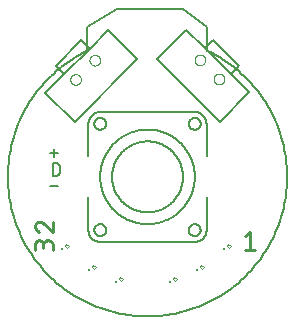
<source format=gto>
G75*
%MOIN*%
%OFA0B0*%
%FSLAX25Y25*%
%IPPOS*%
%LPD*%
%AMOC8*
5,1,8,0,0,1.08239X$1,22.5*
%
%ADD10C,0.00600*%
%ADD11C,0.01100*%
%ADD12C,0.00800*%
%ADD13C,0.00250*%
%ADD14C,0.00984*%
%ADD15C,0.00500*%
%ADD16C,0.00000*%
D10*
X0031300Y0093300D02*
X0030276Y0092797D01*
X0029265Y0092269D01*
X0028267Y0091717D01*
X0027283Y0091140D01*
X0026314Y0090539D01*
X0025359Y0089915D01*
X0024420Y0089267D01*
X0023498Y0088597D01*
X0022591Y0087904D01*
X0021703Y0087189D01*
X0020832Y0086453D01*
X0019979Y0085695D01*
X0019145Y0084917D01*
X0018331Y0084118D01*
X0017536Y0083300D01*
X0016761Y0082463D01*
X0016008Y0081606D01*
X0015275Y0080732D01*
X0014565Y0079840D01*
X0013876Y0078931D01*
X0013210Y0078005D01*
X0012567Y0077063D01*
X0011947Y0076106D01*
X0011350Y0075133D01*
X0010778Y0074147D01*
X0010230Y0073146D01*
X0009707Y0072133D01*
X0009208Y0071107D01*
X0008735Y0070069D01*
X0008288Y0069020D01*
X0007867Y0067960D01*
X0007471Y0066890D01*
X0007102Y0065811D01*
X0006760Y0064723D01*
X0006444Y0063627D01*
X0006155Y0062523D01*
X0005894Y0061413D01*
X0005659Y0060297D01*
X0005452Y0059175D01*
X0005273Y0058049D01*
X0005122Y0056918D01*
X0004998Y0055784D01*
X0004902Y0054648D01*
X0004833Y0053509D01*
X0004793Y0052369D01*
X0004781Y0051229D01*
X0004797Y0050088D01*
X0004840Y0048948D01*
X0004912Y0047810D01*
X0005012Y0046674D01*
X0005139Y0045540D01*
X0005294Y0044410D01*
X0005477Y0043285D01*
X0005687Y0042163D01*
X0005925Y0041048D01*
X0006190Y0039938D01*
X0006482Y0038836D01*
X0006801Y0037741D01*
X0007147Y0036654D01*
X0007519Y0035576D01*
X0007918Y0034507D01*
X0008343Y0033449D01*
X0008793Y0032401D01*
X0009269Y0031364D01*
X0009771Y0030340D01*
X0010297Y0029328D01*
X0010848Y0028329D01*
X0011423Y0027344D01*
X0012023Y0026374D01*
X0012646Y0025418D01*
X0013292Y0024478D01*
X0013961Y0023555D01*
X0014652Y0022648D01*
X0015366Y0021758D01*
X0016101Y0020886D01*
X0016857Y0020032D01*
X0017634Y0019197D01*
X0018431Y0018381D01*
X0019248Y0017585D01*
X0020085Y0016809D01*
X0020940Y0016054D01*
X0021813Y0015321D01*
X0022704Y0014608D01*
X0023612Y0013918D01*
X0024537Y0013251D01*
X0025478Y0012606D01*
X0026434Y0011985D01*
X0027405Y0011387D01*
X0028391Y0010813D01*
X0029391Y0010263D01*
X0030403Y0009739D01*
X0031429Y0009239D01*
X0032466Y0008764D01*
X0033514Y0008315D01*
X0034574Y0007892D01*
X0035643Y0007495D01*
X0036722Y0007124D01*
X0037809Y0006780D01*
X0038905Y0006463D01*
X0040008Y0006172D01*
X0041117Y0005909D01*
X0042233Y0005673D01*
X0043355Y0005465D01*
X0044481Y0005284D01*
X0045611Y0005130D01*
X0046745Y0005005D01*
X0047881Y0004907D01*
X0049020Y0004837D01*
X0050159Y0004795D01*
X0051300Y0004781D01*
X0052441Y0004795D01*
X0053580Y0004837D01*
X0054719Y0004907D01*
X0055855Y0005005D01*
X0056989Y0005130D01*
X0058119Y0005284D01*
X0059245Y0005465D01*
X0060367Y0005673D01*
X0061483Y0005909D01*
X0062592Y0006172D01*
X0063695Y0006463D01*
X0064791Y0006780D01*
X0065878Y0007124D01*
X0066957Y0007495D01*
X0068026Y0007892D01*
X0069086Y0008315D01*
X0070134Y0008764D01*
X0071171Y0009239D01*
X0072197Y0009739D01*
X0073209Y0010263D01*
X0074209Y0010813D01*
X0075195Y0011387D01*
X0076166Y0011985D01*
X0077122Y0012606D01*
X0078063Y0013251D01*
X0078988Y0013918D01*
X0079896Y0014608D01*
X0080787Y0015321D01*
X0081660Y0016054D01*
X0082515Y0016809D01*
X0083352Y0017585D01*
X0084169Y0018381D01*
X0084966Y0019197D01*
X0085743Y0020032D01*
X0086499Y0020886D01*
X0087234Y0021758D01*
X0087948Y0022648D01*
X0088639Y0023555D01*
X0089308Y0024478D01*
X0089954Y0025418D01*
X0090577Y0026374D01*
X0091177Y0027344D01*
X0091752Y0028329D01*
X0092303Y0029328D01*
X0092829Y0030340D01*
X0093331Y0031364D01*
X0093807Y0032401D01*
X0094257Y0033449D01*
X0094682Y0034507D01*
X0095081Y0035576D01*
X0095453Y0036654D01*
X0095799Y0037741D01*
X0096118Y0038836D01*
X0096410Y0039938D01*
X0096675Y0041048D01*
X0096913Y0042163D01*
X0097123Y0043285D01*
X0097306Y0044410D01*
X0097461Y0045540D01*
X0097588Y0046674D01*
X0097688Y0047810D01*
X0097760Y0048948D01*
X0097803Y0050088D01*
X0097819Y0051229D01*
X0097807Y0052369D01*
X0097767Y0053509D01*
X0097698Y0054648D01*
X0097602Y0055784D01*
X0097478Y0056918D01*
X0097327Y0058049D01*
X0097148Y0059175D01*
X0096941Y0060297D01*
X0096706Y0061413D01*
X0096445Y0062523D01*
X0096156Y0063627D01*
X0095840Y0064723D01*
X0095498Y0065811D01*
X0095129Y0066890D01*
X0094733Y0067960D01*
X0094312Y0069020D01*
X0093865Y0070069D01*
X0093392Y0071107D01*
X0092893Y0072133D01*
X0092370Y0073146D01*
X0091822Y0074147D01*
X0091250Y0075133D01*
X0090653Y0076106D01*
X0090033Y0077063D01*
X0089390Y0078005D01*
X0088724Y0078931D01*
X0088035Y0079840D01*
X0087325Y0080732D01*
X0086592Y0081606D01*
X0085839Y0082463D01*
X0085064Y0083300D01*
X0084269Y0084118D01*
X0083455Y0084917D01*
X0082621Y0085695D01*
X0081768Y0086453D01*
X0080897Y0087189D01*
X0080009Y0087904D01*
X0079102Y0088597D01*
X0078180Y0089267D01*
X0077241Y0089915D01*
X0076286Y0090539D01*
X0075317Y0091140D01*
X0074333Y0091717D01*
X0073335Y0092269D01*
X0072324Y0092797D01*
X0071300Y0093300D01*
X0071300Y0101300D01*
X0063300Y0107300D01*
X0041300Y0107300D01*
X0031300Y0101300D01*
X0031300Y0093300D01*
D11*
X0013850Y0028817D02*
X0013850Y0026850D01*
X0013850Y0028817D02*
X0013852Y0028888D01*
X0013858Y0028959D01*
X0013867Y0029029D01*
X0013881Y0029099D01*
X0013898Y0029168D01*
X0013919Y0029236D01*
X0013943Y0029302D01*
X0013971Y0029367D01*
X0014003Y0029431D01*
X0014038Y0029493D01*
X0014076Y0029553D01*
X0014117Y0029610D01*
X0014162Y0029666D01*
X0014209Y0029719D01*
X0014259Y0029769D01*
X0014312Y0029816D01*
X0014368Y0029861D01*
X0014425Y0029902D01*
X0014485Y0029940D01*
X0014547Y0029975D01*
X0014611Y0030007D01*
X0014676Y0030035D01*
X0014742Y0030059D01*
X0014810Y0030080D01*
X0014879Y0030097D01*
X0014949Y0030111D01*
X0015019Y0030120D01*
X0015090Y0030126D01*
X0015161Y0030128D01*
X0015232Y0030126D01*
X0015303Y0030120D01*
X0015373Y0030111D01*
X0015443Y0030097D01*
X0015512Y0030080D01*
X0015580Y0030059D01*
X0015646Y0030035D01*
X0015711Y0030007D01*
X0015775Y0029975D01*
X0015837Y0029940D01*
X0015897Y0029902D01*
X0015954Y0029861D01*
X0016010Y0029816D01*
X0016063Y0029769D01*
X0016113Y0029719D01*
X0016160Y0029666D01*
X0016205Y0029610D01*
X0016246Y0029553D01*
X0016284Y0029493D01*
X0016319Y0029431D01*
X0016351Y0029367D01*
X0016379Y0029302D01*
X0016403Y0029236D01*
X0016424Y0029168D01*
X0016441Y0029099D01*
X0016455Y0029029D01*
X0016464Y0028959D01*
X0016470Y0028888D01*
X0016472Y0028817D01*
X0016472Y0027506D01*
X0016472Y0028489D02*
X0016474Y0028568D01*
X0016480Y0028647D01*
X0016489Y0028726D01*
X0016503Y0028804D01*
X0016520Y0028881D01*
X0016540Y0028958D01*
X0016565Y0029033D01*
X0016593Y0029107D01*
X0016625Y0029180D01*
X0016660Y0029251D01*
X0016698Y0029320D01*
X0016740Y0029387D01*
X0016785Y0029452D01*
X0016833Y0029515D01*
X0016884Y0029576D01*
X0016938Y0029634D01*
X0016995Y0029689D01*
X0017054Y0029742D01*
X0017116Y0029791D01*
X0017180Y0029838D01*
X0017246Y0029881D01*
X0017314Y0029921D01*
X0017385Y0029958D01*
X0017456Y0029992D01*
X0017530Y0030021D01*
X0017605Y0030048D01*
X0017680Y0030070D01*
X0017757Y0030089D01*
X0017835Y0030105D01*
X0017913Y0030116D01*
X0017992Y0030124D01*
X0018071Y0030128D01*
X0018151Y0030128D01*
X0018230Y0030124D01*
X0018309Y0030116D01*
X0018387Y0030105D01*
X0018465Y0030089D01*
X0018542Y0030070D01*
X0018617Y0030048D01*
X0018692Y0030021D01*
X0018766Y0029992D01*
X0018837Y0029958D01*
X0018908Y0029921D01*
X0018976Y0029881D01*
X0019042Y0029838D01*
X0019106Y0029791D01*
X0019168Y0029742D01*
X0019227Y0029689D01*
X0019284Y0029634D01*
X0019338Y0029576D01*
X0019389Y0029515D01*
X0019437Y0029452D01*
X0019482Y0029387D01*
X0019524Y0029320D01*
X0019562Y0029251D01*
X0019597Y0029180D01*
X0019629Y0029107D01*
X0019657Y0029033D01*
X0019682Y0028958D01*
X0019702Y0028881D01*
X0019719Y0028804D01*
X0019733Y0028726D01*
X0019742Y0028647D01*
X0019748Y0028568D01*
X0019750Y0028489D01*
X0019750Y0026850D01*
X0019750Y0033004D02*
X0019750Y0036282D01*
X0019750Y0033004D02*
X0016472Y0035790D01*
X0013850Y0034807D02*
X0013852Y0034722D01*
X0013858Y0034637D01*
X0013867Y0034552D01*
X0013881Y0034468D01*
X0013898Y0034385D01*
X0013918Y0034302D01*
X0013943Y0034221D01*
X0013971Y0034141D01*
X0014003Y0034062D01*
X0014038Y0033984D01*
X0014077Y0033908D01*
X0014119Y0033834D01*
X0014164Y0033762D01*
X0014212Y0033692D01*
X0014264Y0033625D01*
X0014319Y0033559D01*
X0014376Y0033497D01*
X0014436Y0033436D01*
X0014499Y0033379D01*
X0014565Y0033325D01*
X0014632Y0033273D01*
X0014702Y0033225D01*
X0014774Y0033179D01*
X0014848Y0033138D01*
X0014924Y0033099D01*
X0015002Y0033064D01*
X0015081Y0033032D01*
X0015161Y0033004D01*
X0016472Y0035790D02*
X0016419Y0035844D01*
X0016363Y0035895D01*
X0016305Y0035943D01*
X0016244Y0035988D01*
X0016182Y0036030D01*
X0016118Y0036069D01*
X0016051Y0036106D01*
X0015983Y0036139D01*
X0015914Y0036168D01*
X0015843Y0036195D01*
X0015772Y0036218D01*
X0015699Y0036237D01*
X0015625Y0036253D01*
X0015551Y0036266D01*
X0015476Y0036275D01*
X0015400Y0036280D01*
X0015325Y0036282D01*
X0015250Y0036280D01*
X0015176Y0036274D01*
X0015102Y0036265D01*
X0015028Y0036252D01*
X0014955Y0036235D01*
X0014883Y0036214D01*
X0014813Y0036190D01*
X0014743Y0036162D01*
X0014675Y0036131D01*
X0014609Y0036097D01*
X0014545Y0036059D01*
X0014482Y0036018D01*
X0014422Y0035973D01*
X0014364Y0035926D01*
X0014309Y0035876D01*
X0014256Y0035823D01*
X0014206Y0035768D01*
X0014159Y0035710D01*
X0014114Y0035650D01*
X0014073Y0035587D01*
X0014035Y0035523D01*
X0014001Y0035457D01*
X0013970Y0035389D01*
X0013942Y0035319D01*
X0013918Y0035249D01*
X0013897Y0035177D01*
X0013880Y0035104D01*
X0013867Y0035030D01*
X0013858Y0034956D01*
X0013852Y0034882D01*
X0013850Y0034807D01*
X0083850Y0031439D02*
X0085489Y0032750D01*
X0085489Y0026850D01*
X0083850Y0026850D02*
X0087128Y0026850D01*
D12*
X0022033Y0052867D02*
X0022033Y0054733D01*
X0022034Y0054733D02*
X0022032Y0054798D01*
X0022027Y0054864D01*
X0022018Y0054928D01*
X0022005Y0054993D01*
X0021988Y0055056D01*
X0021969Y0055118D01*
X0021945Y0055180D01*
X0021918Y0055239D01*
X0021888Y0055297D01*
X0021855Y0055354D01*
X0021819Y0055408D01*
X0021779Y0055461D01*
X0021737Y0055511D01*
X0021692Y0055558D01*
X0021645Y0055603D01*
X0021595Y0055645D01*
X0021542Y0055685D01*
X0021488Y0055721D01*
X0021431Y0055754D01*
X0021373Y0055784D01*
X0021314Y0055811D01*
X0021252Y0055835D01*
X0021190Y0055854D01*
X0021127Y0055871D01*
X0021062Y0055884D01*
X0020998Y0055893D01*
X0020932Y0055898D01*
X0020867Y0055900D01*
X0019700Y0055900D01*
X0019700Y0051700D01*
X0020867Y0051700D01*
X0020932Y0051702D01*
X0020998Y0051707D01*
X0021062Y0051716D01*
X0021127Y0051729D01*
X0021190Y0051746D01*
X0021252Y0051765D01*
X0021314Y0051789D01*
X0021373Y0051816D01*
X0021431Y0051846D01*
X0021488Y0051879D01*
X0021542Y0051915D01*
X0021595Y0051955D01*
X0021645Y0051997D01*
X0021692Y0052042D01*
X0021737Y0052089D01*
X0021779Y0052139D01*
X0021819Y0052192D01*
X0021855Y0052246D01*
X0021888Y0052303D01*
X0021918Y0052361D01*
X0021945Y0052420D01*
X0021969Y0052482D01*
X0021988Y0052544D01*
X0022005Y0052607D01*
X0022018Y0052672D01*
X0022027Y0052736D01*
X0022032Y0052802D01*
X0022034Y0052867D01*
X0021500Y0048333D02*
X0018700Y0048333D01*
X0020100Y0057933D02*
X0020100Y0060733D01*
X0018700Y0059333D02*
X0021500Y0059333D01*
D13*
X0024300Y0028891D02*
X0024989Y0028202D01*
X0024398Y0027611D01*
X0023709Y0028300D01*
X0024300Y0028891D01*
X0032709Y0021300D02*
X0033300Y0021891D01*
X0033989Y0021202D01*
X0033398Y0020611D01*
X0032709Y0021300D01*
X0041709Y0017300D02*
X0042300Y0017891D01*
X0042989Y0017202D01*
X0042398Y0016611D01*
X0041709Y0017300D01*
X0059709Y0017300D02*
X0060398Y0016611D01*
X0060989Y0017202D01*
X0060300Y0017891D01*
X0059709Y0017300D01*
X0068709Y0021300D02*
X0069300Y0021891D01*
X0069989Y0021202D01*
X0069398Y0020611D01*
X0068709Y0021300D01*
X0077709Y0028300D02*
X0078300Y0028891D01*
X0078989Y0028202D01*
X0078398Y0027611D01*
X0077709Y0028300D01*
D14*
X0076725Y0027217D03*
X0067725Y0020217D03*
X0058725Y0016217D03*
X0040725Y0016217D03*
X0031725Y0020217D03*
X0022725Y0027217D03*
D15*
X0031615Y0033583D02*
X0031615Y0044410D01*
X0033583Y0033583D02*
X0033585Y0033671D01*
X0033591Y0033759D01*
X0033601Y0033847D01*
X0033615Y0033935D01*
X0033632Y0034021D01*
X0033654Y0034107D01*
X0033679Y0034191D01*
X0033709Y0034275D01*
X0033741Y0034357D01*
X0033778Y0034437D01*
X0033818Y0034516D01*
X0033862Y0034593D01*
X0033909Y0034668D01*
X0033959Y0034740D01*
X0034013Y0034811D01*
X0034069Y0034878D01*
X0034129Y0034944D01*
X0034191Y0035006D01*
X0034257Y0035066D01*
X0034324Y0035122D01*
X0034395Y0035176D01*
X0034467Y0035226D01*
X0034542Y0035273D01*
X0034619Y0035317D01*
X0034698Y0035357D01*
X0034778Y0035394D01*
X0034860Y0035426D01*
X0034944Y0035456D01*
X0035028Y0035481D01*
X0035114Y0035503D01*
X0035200Y0035520D01*
X0035288Y0035534D01*
X0035376Y0035544D01*
X0035464Y0035550D01*
X0035552Y0035552D01*
X0035640Y0035550D01*
X0035728Y0035544D01*
X0035816Y0035534D01*
X0035904Y0035520D01*
X0035990Y0035503D01*
X0036076Y0035481D01*
X0036160Y0035456D01*
X0036244Y0035426D01*
X0036326Y0035394D01*
X0036406Y0035357D01*
X0036485Y0035317D01*
X0036562Y0035273D01*
X0036637Y0035226D01*
X0036709Y0035176D01*
X0036780Y0035122D01*
X0036847Y0035066D01*
X0036913Y0035006D01*
X0036975Y0034944D01*
X0037035Y0034878D01*
X0037091Y0034811D01*
X0037145Y0034740D01*
X0037195Y0034668D01*
X0037242Y0034593D01*
X0037286Y0034516D01*
X0037326Y0034437D01*
X0037363Y0034357D01*
X0037395Y0034275D01*
X0037425Y0034191D01*
X0037450Y0034107D01*
X0037472Y0034021D01*
X0037489Y0033935D01*
X0037503Y0033847D01*
X0037513Y0033759D01*
X0037519Y0033671D01*
X0037521Y0033583D01*
X0037519Y0033495D01*
X0037513Y0033407D01*
X0037503Y0033319D01*
X0037489Y0033231D01*
X0037472Y0033145D01*
X0037450Y0033059D01*
X0037425Y0032975D01*
X0037395Y0032891D01*
X0037363Y0032809D01*
X0037326Y0032729D01*
X0037286Y0032650D01*
X0037242Y0032573D01*
X0037195Y0032498D01*
X0037145Y0032426D01*
X0037091Y0032355D01*
X0037035Y0032288D01*
X0036975Y0032222D01*
X0036913Y0032160D01*
X0036847Y0032100D01*
X0036780Y0032044D01*
X0036709Y0031990D01*
X0036637Y0031940D01*
X0036562Y0031893D01*
X0036485Y0031849D01*
X0036406Y0031809D01*
X0036326Y0031772D01*
X0036244Y0031740D01*
X0036160Y0031710D01*
X0036076Y0031685D01*
X0035990Y0031663D01*
X0035904Y0031646D01*
X0035816Y0031632D01*
X0035728Y0031622D01*
X0035640Y0031616D01*
X0035552Y0031614D01*
X0035464Y0031616D01*
X0035376Y0031622D01*
X0035288Y0031632D01*
X0035200Y0031646D01*
X0035114Y0031663D01*
X0035028Y0031685D01*
X0034944Y0031710D01*
X0034860Y0031740D01*
X0034778Y0031772D01*
X0034698Y0031809D01*
X0034619Y0031849D01*
X0034542Y0031893D01*
X0034467Y0031940D01*
X0034395Y0031990D01*
X0034324Y0032044D01*
X0034257Y0032100D01*
X0034191Y0032160D01*
X0034129Y0032222D01*
X0034069Y0032288D01*
X0034013Y0032355D01*
X0033959Y0032426D01*
X0033909Y0032498D01*
X0033862Y0032573D01*
X0033818Y0032650D01*
X0033778Y0032729D01*
X0033741Y0032809D01*
X0033709Y0032891D01*
X0033679Y0032975D01*
X0033654Y0033059D01*
X0033632Y0033145D01*
X0033615Y0033231D01*
X0033601Y0033319D01*
X0033591Y0033407D01*
X0033585Y0033495D01*
X0033583Y0033583D01*
X0031615Y0033583D02*
X0031617Y0033459D01*
X0031623Y0033336D01*
X0031632Y0033212D01*
X0031646Y0033090D01*
X0031663Y0032967D01*
X0031685Y0032845D01*
X0031710Y0032724D01*
X0031739Y0032604D01*
X0031771Y0032485D01*
X0031808Y0032366D01*
X0031848Y0032249D01*
X0031891Y0032134D01*
X0031939Y0032019D01*
X0031990Y0031907D01*
X0032044Y0031796D01*
X0032102Y0031686D01*
X0032163Y0031579D01*
X0032228Y0031473D01*
X0032296Y0031370D01*
X0032367Y0031269D01*
X0032441Y0031170D01*
X0032518Y0031073D01*
X0032599Y0030979D01*
X0032682Y0030888D01*
X0032768Y0030799D01*
X0032857Y0030713D01*
X0032948Y0030630D01*
X0033042Y0030549D01*
X0033139Y0030472D01*
X0033238Y0030398D01*
X0033339Y0030327D01*
X0033442Y0030259D01*
X0033548Y0030194D01*
X0033655Y0030133D01*
X0033765Y0030075D01*
X0033876Y0030021D01*
X0033988Y0029970D01*
X0034103Y0029922D01*
X0034218Y0029879D01*
X0034335Y0029839D01*
X0034454Y0029802D01*
X0034573Y0029770D01*
X0034693Y0029741D01*
X0034814Y0029716D01*
X0034936Y0029694D01*
X0035059Y0029677D01*
X0035181Y0029663D01*
X0035305Y0029654D01*
X0035428Y0029648D01*
X0035552Y0029646D01*
X0067048Y0029646D01*
X0065079Y0033583D02*
X0065081Y0033671D01*
X0065087Y0033759D01*
X0065097Y0033847D01*
X0065111Y0033935D01*
X0065128Y0034021D01*
X0065150Y0034107D01*
X0065175Y0034191D01*
X0065205Y0034275D01*
X0065237Y0034357D01*
X0065274Y0034437D01*
X0065314Y0034516D01*
X0065358Y0034593D01*
X0065405Y0034668D01*
X0065455Y0034740D01*
X0065509Y0034811D01*
X0065565Y0034878D01*
X0065625Y0034944D01*
X0065687Y0035006D01*
X0065753Y0035066D01*
X0065820Y0035122D01*
X0065891Y0035176D01*
X0065963Y0035226D01*
X0066038Y0035273D01*
X0066115Y0035317D01*
X0066194Y0035357D01*
X0066274Y0035394D01*
X0066356Y0035426D01*
X0066440Y0035456D01*
X0066524Y0035481D01*
X0066610Y0035503D01*
X0066696Y0035520D01*
X0066784Y0035534D01*
X0066872Y0035544D01*
X0066960Y0035550D01*
X0067048Y0035552D01*
X0067136Y0035550D01*
X0067224Y0035544D01*
X0067312Y0035534D01*
X0067400Y0035520D01*
X0067486Y0035503D01*
X0067572Y0035481D01*
X0067656Y0035456D01*
X0067740Y0035426D01*
X0067822Y0035394D01*
X0067902Y0035357D01*
X0067981Y0035317D01*
X0068058Y0035273D01*
X0068133Y0035226D01*
X0068205Y0035176D01*
X0068276Y0035122D01*
X0068343Y0035066D01*
X0068409Y0035006D01*
X0068471Y0034944D01*
X0068531Y0034878D01*
X0068587Y0034811D01*
X0068641Y0034740D01*
X0068691Y0034668D01*
X0068738Y0034593D01*
X0068782Y0034516D01*
X0068822Y0034437D01*
X0068859Y0034357D01*
X0068891Y0034275D01*
X0068921Y0034191D01*
X0068946Y0034107D01*
X0068968Y0034021D01*
X0068985Y0033935D01*
X0068999Y0033847D01*
X0069009Y0033759D01*
X0069015Y0033671D01*
X0069017Y0033583D01*
X0069015Y0033495D01*
X0069009Y0033407D01*
X0068999Y0033319D01*
X0068985Y0033231D01*
X0068968Y0033145D01*
X0068946Y0033059D01*
X0068921Y0032975D01*
X0068891Y0032891D01*
X0068859Y0032809D01*
X0068822Y0032729D01*
X0068782Y0032650D01*
X0068738Y0032573D01*
X0068691Y0032498D01*
X0068641Y0032426D01*
X0068587Y0032355D01*
X0068531Y0032288D01*
X0068471Y0032222D01*
X0068409Y0032160D01*
X0068343Y0032100D01*
X0068276Y0032044D01*
X0068205Y0031990D01*
X0068133Y0031940D01*
X0068058Y0031893D01*
X0067981Y0031849D01*
X0067902Y0031809D01*
X0067822Y0031772D01*
X0067740Y0031740D01*
X0067656Y0031710D01*
X0067572Y0031685D01*
X0067486Y0031663D01*
X0067400Y0031646D01*
X0067312Y0031632D01*
X0067224Y0031622D01*
X0067136Y0031616D01*
X0067048Y0031614D01*
X0066960Y0031616D01*
X0066872Y0031622D01*
X0066784Y0031632D01*
X0066696Y0031646D01*
X0066610Y0031663D01*
X0066524Y0031685D01*
X0066440Y0031710D01*
X0066356Y0031740D01*
X0066274Y0031772D01*
X0066194Y0031809D01*
X0066115Y0031849D01*
X0066038Y0031893D01*
X0065963Y0031940D01*
X0065891Y0031990D01*
X0065820Y0032044D01*
X0065753Y0032100D01*
X0065687Y0032160D01*
X0065625Y0032222D01*
X0065565Y0032288D01*
X0065509Y0032355D01*
X0065455Y0032426D01*
X0065405Y0032498D01*
X0065358Y0032573D01*
X0065314Y0032650D01*
X0065274Y0032729D01*
X0065237Y0032809D01*
X0065205Y0032891D01*
X0065175Y0032975D01*
X0065150Y0033059D01*
X0065128Y0033145D01*
X0065111Y0033231D01*
X0065097Y0033319D01*
X0065087Y0033407D01*
X0065081Y0033495D01*
X0065079Y0033583D01*
X0067048Y0029646D02*
X0067172Y0029648D01*
X0067295Y0029654D01*
X0067419Y0029663D01*
X0067541Y0029677D01*
X0067664Y0029694D01*
X0067786Y0029716D01*
X0067907Y0029741D01*
X0068027Y0029770D01*
X0068146Y0029802D01*
X0068265Y0029839D01*
X0068382Y0029879D01*
X0068497Y0029922D01*
X0068612Y0029970D01*
X0068724Y0030021D01*
X0068835Y0030075D01*
X0068945Y0030133D01*
X0069052Y0030194D01*
X0069158Y0030259D01*
X0069261Y0030327D01*
X0069362Y0030398D01*
X0069461Y0030472D01*
X0069558Y0030549D01*
X0069652Y0030630D01*
X0069743Y0030713D01*
X0069832Y0030799D01*
X0069918Y0030888D01*
X0070001Y0030979D01*
X0070082Y0031073D01*
X0070159Y0031170D01*
X0070233Y0031269D01*
X0070304Y0031370D01*
X0070372Y0031473D01*
X0070437Y0031579D01*
X0070498Y0031686D01*
X0070556Y0031796D01*
X0070610Y0031907D01*
X0070661Y0032019D01*
X0070709Y0032134D01*
X0070752Y0032249D01*
X0070792Y0032366D01*
X0070829Y0032485D01*
X0070861Y0032604D01*
X0070890Y0032724D01*
X0070915Y0032845D01*
X0070937Y0032967D01*
X0070954Y0033090D01*
X0070968Y0033212D01*
X0070977Y0033336D01*
X0070983Y0033459D01*
X0070985Y0033583D01*
X0070985Y0044410D01*
X0070985Y0058190D02*
X0070985Y0069017D01*
X0065079Y0069017D02*
X0065081Y0069105D01*
X0065087Y0069193D01*
X0065097Y0069281D01*
X0065111Y0069369D01*
X0065128Y0069455D01*
X0065150Y0069541D01*
X0065175Y0069625D01*
X0065205Y0069709D01*
X0065237Y0069791D01*
X0065274Y0069871D01*
X0065314Y0069950D01*
X0065358Y0070027D01*
X0065405Y0070102D01*
X0065455Y0070174D01*
X0065509Y0070245D01*
X0065565Y0070312D01*
X0065625Y0070378D01*
X0065687Y0070440D01*
X0065753Y0070500D01*
X0065820Y0070556D01*
X0065891Y0070610D01*
X0065963Y0070660D01*
X0066038Y0070707D01*
X0066115Y0070751D01*
X0066194Y0070791D01*
X0066274Y0070828D01*
X0066356Y0070860D01*
X0066440Y0070890D01*
X0066524Y0070915D01*
X0066610Y0070937D01*
X0066696Y0070954D01*
X0066784Y0070968D01*
X0066872Y0070978D01*
X0066960Y0070984D01*
X0067048Y0070986D01*
X0067136Y0070984D01*
X0067224Y0070978D01*
X0067312Y0070968D01*
X0067400Y0070954D01*
X0067486Y0070937D01*
X0067572Y0070915D01*
X0067656Y0070890D01*
X0067740Y0070860D01*
X0067822Y0070828D01*
X0067902Y0070791D01*
X0067981Y0070751D01*
X0068058Y0070707D01*
X0068133Y0070660D01*
X0068205Y0070610D01*
X0068276Y0070556D01*
X0068343Y0070500D01*
X0068409Y0070440D01*
X0068471Y0070378D01*
X0068531Y0070312D01*
X0068587Y0070245D01*
X0068641Y0070174D01*
X0068691Y0070102D01*
X0068738Y0070027D01*
X0068782Y0069950D01*
X0068822Y0069871D01*
X0068859Y0069791D01*
X0068891Y0069709D01*
X0068921Y0069625D01*
X0068946Y0069541D01*
X0068968Y0069455D01*
X0068985Y0069369D01*
X0068999Y0069281D01*
X0069009Y0069193D01*
X0069015Y0069105D01*
X0069017Y0069017D01*
X0069015Y0068929D01*
X0069009Y0068841D01*
X0068999Y0068753D01*
X0068985Y0068665D01*
X0068968Y0068579D01*
X0068946Y0068493D01*
X0068921Y0068409D01*
X0068891Y0068325D01*
X0068859Y0068243D01*
X0068822Y0068163D01*
X0068782Y0068084D01*
X0068738Y0068007D01*
X0068691Y0067932D01*
X0068641Y0067860D01*
X0068587Y0067789D01*
X0068531Y0067722D01*
X0068471Y0067656D01*
X0068409Y0067594D01*
X0068343Y0067534D01*
X0068276Y0067478D01*
X0068205Y0067424D01*
X0068133Y0067374D01*
X0068058Y0067327D01*
X0067981Y0067283D01*
X0067902Y0067243D01*
X0067822Y0067206D01*
X0067740Y0067174D01*
X0067656Y0067144D01*
X0067572Y0067119D01*
X0067486Y0067097D01*
X0067400Y0067080D01*
X0067312Y0067066D01*
X0067224Y0067056D01*
X0067136Y0067050D01*
X0067048Y0067048D01*
X0066960Y0067050D01*
X0066872Y0067056D01*
X0066784Y0067066D01*
X0066696Y0067080D01*
X0066610Y0067097D01*
X0066524Y0067119D01*
X0066440Y0067144D01*
X0066356Y0067174D01*
X0066274Y0067206D01*
X0066194Y0067243D01*
X0066115Y0067283D01*
X0066038Y0067327D01*
X0065963Y0067374D01*
X0065891Y0067424D01*
X0065820Y0067478D01*
X0065753Y0067534D01*
X0065687Y0067594D01*
X0065625Y0067656D01*
X0065565Y0067722D01*
X0065509Y0067789D01*
X0065455Y0067860D01*
X0065405Y0067932D01*
X0065358Y0068007D01*
X0065314Y0068084D01*
X0065274Y0068163D01*
X0065237Y0068243D01*
X0065205Y0068325D01*
X0065175Y0068409D01*
X0065150Y0068493D01*
X0065128Y0068579D01*
X0065111Y0068665D01*
X0065097Y0068753D01*
X0065087Y0068841D01*
X0065081Y0068929D01*
X0065079Y0069017D01*
X0067048Y0072954D02*
X0067172Y0072952D01*
X0067295Y0072946D01*
X0067419Y0072937D01*
X0067541Y0072923D01*
X0067664Y0072906D01*
X0067786Y0072884D01*
X0067907Y0072859D01*
X0068027Y0072830D01*
X0068146Y0072798D01*
X0068265Y0072761D01*
X0068382Y0072721D01*
X0068497Y0072678D01*
X0068612Y0072630D01*
X0068724Y0072579D01*
X0068835Y0072525D01*
X0068945Y0072467D01*
X0069052Y0072406D01*
X0069158Y0072341D01*
X0069261Y0072273D01*
X0069362Y0072202D01*
X0069461Y0072128D01*
X0069558Y0072051D01*
X0069652Y0071970D01*
X0069743Y0071887D01*
X0069832Y0071801D01*
X0069918Y0071712D01*
X0070001Y0071621D01*
X0070082Y0071527D01*
X0070159Y0071430D01*
X0070233Y0071331D01*
X0070304Y0071230D01*
X0070372Y0071127D01*
X0070437Y0071021D01*
X0070498Y0070914D01*
X0070556Y0070804D01*
X0070610Y0070693D01*
X0070661Y0070581D01*
X0070709Y0070466D01*
X0070752Y0070351D01*
X0070792Y0070234D01*
X0070829Y0070115D01*
X0070861Y0069996D01*
X0070890Y0069876D01*
X0070915Y0069755D01*
X0070937Y0069633D01*
X0070954Y0069510D01*
X0070968Y0069388D01*
X0070977Y0069264D01*
X0070983Y0069141D01*
X0070985Y0069017D01*
X0075436Y0069677D02*
X0085179Y0079421D01*
X0079055Y0085545D01*
X0081838Y0088329D01*
X0073208Y0096959D01*
X0070425Y0094175D01*
X0064300Y0100300D01*
X0054556Y0090556D01*
X0075436Y0069677D01*
X0067048Y0072954D02*
X0035552Y0072954D01*
X0033583Y0069017D02*
X0033585Y0069105D01*
X0033591Y0069193D01*
X0033601Y0069281D01*
X0033615Y0069369D01*
X0033632Y0069455D01*
X0033654Y0069541D01*
X0033679Y0069625D01*
X0033709Y0069709D01*
X0033741Y0069791D01*
X0033778Y0069871D01*
X0033818Y0069950D01*
X0033862Y0070027D01*
X0033909Y0070102D01*
X0033959Y0070174D01*
X0034013Y0070245D01*
X0034069Y0070312D01*
X0034129Y0070378D01*
X0034191Y0070440D01*
X0034257Y0070500D01*
X0034324Y0070556D01*
X0034395Y0070610D01*
X0034467Y0070660D01*
X0034542Y0070707D01*
X0034619Y0070751D01*
X0034698Y0070791D01*
X0034778Y0070828D01*
X0034860Y0070860D01*
X0034944Y0070890D01*
X0035028Y0070915D01*
X0035114Y0070937D01*
X0035200Y0070954D01*
X0035288Y0070968D01*
X0035376Y0070978D01*
X0035464Y0070984D01*
X0035552Y0070986D01*
X0035640Y0070984D01*
X0035728Y0070978D01*
X0035816Y0070968D01*
X0035904Y0070954D01*
X0035990Y0070937D01*
X0036076Y0070915D01*
X0036160Y0070890D01*
X0036244Y0070860D01*
X0036326Y0070828D01*
X0036406Y0070791D01*
X0036485Y0070751D01*
X0036562Y0070707D01*
X0036637Y0070660D01*
X0036709Y0070610D01*
X0036780Y0070556D01*
X0036847Y0070500D01*
X0036913Y0070440D01*
X0036975Y0070378D01*
X0037035Y0070312D01*
X0037091Y0070245D01*
X0037145Y0070174D01*
X0037195Y0070102D01*
X0037242Y0070027D01*
X0037286Y0069950D01*
X0037326Y0069871D01*
X0037363Y0069791D01*
X0037395Y0069709D01*
X0037425Y0069625D01*
X0037450Y0069541D01*
X0037472Y0069455D01*
X0037489Y0069369D01*
X0037503Y0069281D01*
X0037513Y0069193D01*
X0037519Y0069105D01*
X0037521Y0069017D01*
X0037519Y0068929D01*
X0037513Y0068841D01*
X0037503Y0068753D01*
X0037489Y0068665D01*
X0037472Y0068579D01*
X0037450Y0068493D01*
X0037425Y0068409D01*
X0037395Y0068325D01*
X0037363Y0068243D01*
X0037326Y0068163D01*
X0037286Y0068084D01*
X0037242Y0068007D01*
X0037195Y0067932D01*
X0037145Y0067860D01*
X0037091Y0067789D01*
X0037035Y0067722D01*
X0036975Y0067656D01*
X0036913Y0067594D01*
X0036847Y0067534D01*
X0036780Y0067478D01*
X0036709Y0067424D01*
X0036637Y0067374D01*
X0036562Y0067327D01*
X0036485Y0067283D01*
X0036406Y0067243D01*
X0036326Y0067206D01*
X0036244Y0067174D01*
X0036160Y0067144D01*
X0036076Y0067119D01*
X0035990Y0067097D01*
X0035904Y0067080D01*
X0035816Y0067066D01*
X0035728Y0067056D01*
X0035640Y0067050D01*
X0035552Y0067048D01*
X0035464Y0067050D01*
X0035376Y0067056D01*
X0035288Y0067066D01*
X0035200Y0067080D01*
X0035114Y0067097D01*
X0035028Y0067119D01*
X0034944Y0067144D01*
X0034860Y0067174D01*
X0034778Y0067206D01*
X0034698Y0067243D01*
X0034619Y0067283D01*
X0034542Y0067327D01*
X0034467Y0067374D01*
X0034395Y0067424D01*
X0034324Y0067478D01*
X0034257Y0067534D01*
X0034191Y0067594D01*
X0034129Y0067656D01*
X0034069Y0067722D01*
X0034013Y0067789D01*
X0033959Y0067860D01*
X0033909Y0067932D01*
X0033862Y0068007D01*
X0033818Y0068084D01*
X0033778Y0068163D01*
X0033741Y0068243D01*
X0033709Y0068325D01*
X0033679Y0068409D01*
X0033654Y0068493D01*
X0033632Y0068579D01*
X0033615Y0068665D01*
X0033601Y0068753D01*
X0033591Y0068841D01*
X0033585Y0068929D01*
X0033583Y0069017D01*
X0031615Y0069017D02*
X0031615Y0058190D01*
X0031615Y0069017D02*
X0031617Y0069141D01*
X0031623Y0069264D01*
X0031632Y0069388D01*
X0031646Y0069510D01*
X0031663Y0069633D01*
X0031685Y0069755D01*
X0031710Y0069876D01*
X0031739Y0069996D01*
X0031771Y0070115D01*
X0031808Y0070234D01*
X0031848Y0070351D01*
X0031891Y0070466D01*
X0031939Y0070581D01*
X0031990Y0070693D01*
X0032044Y0070804D01*
X0032102Y0070914D01*
X0032163Y0071021D01*
X0032228Y0071127D01*
X0032296Y0071230D01*
X0032367Y0071331D01*
X0032441Y0071430D01*
X0032518Y0071527D01*
X0032599Y0071621D01*
X0032682Y0071712D01*
X0032768Y0071801D01*
X0032857Y0071887D01*
X0032948Y0071970D01*
X0033042Y0072051D01*
X0033139Y0072128D01*
X0033238Y0072202D01*
X0033339Y0072273D01*
X0033442Y0072341D01*
X0033548Y0072406D01*
X0033655Y0072467D01*
X0033765Y0072525D01*
X0033876Y0072579D01*
X0033988Y0072630D01*
X0034103Y0072678D01*
X0034218Y0072721D01*
X0034335Y0072761D01*
X0034454Y0072798D01*
X0034573Y0072830D01*
X0034693Y0072859D01*
X0034814Y0072884D01*
X0034936Y0072906D01*
X0035059Y0072923D01*
X0035181Y0072937D01*
X0035305Y0072946D01*
X0035428Y0072952D01*
X0035552Y0072954D01*
X0027044Y0069556D02*
X0047923Y0090436D01*
X0038179Y0100179D01*
X0032055Y0094055D01*
X0029271Y0096838D01*
X0020641Y0088208D01*
X0023425Y0085425D01*
X0017300Y0079300D01*
X0027044Y0069556D01*
X0023425Y0085425D02*
X0032055Y0094055D01*
X0070425Y0094175D02*
X0079055Y0085545D01*
X0035552Y0051300D02*
X0035557Y0051686D01*
X0035571Y0052073D01*
X0035595Y0052458D01*
X0035628Y0052844D01*
X0035670Y0053228D01*
X0035722Y0053611D01*
X0035784Y0053992D01*
X0035855Y0054372D01*
X0035935Y0054750D01*
X0036024Y0055126D01*
X0036122Y0055500D01*
X0036230Y0055871D01*
X0036347Y0056240D01*
X0036473Y0056605D01*
X0036607Y0056968D01*
X0036751Y0057326D01*
X0036903Y0057682D01*
X0037064Y0058033D01*
X0037234Y0058380D01*
X0037412Y0058724D01*
X0037598Y0059062D01*
X0037792Y0059396D01*
X0037995Y0059725D01*
X0038206Y0060049D01*
X0038425Y0060368D01*
X0038651Y0060681D01*
X0038885Y0060989D01*
X0039127Y0061290D01*
X0039375Y0061586D01*
X0039632Y0061876D01*
X0039895Y0062159D01*
X0040164Y0062436D01*
X0040441Y0062705D01*
X0040724Y0062968D01*
X0041014Y0063225D01*
X0041310Y0063473D01*
X0041611Y0063715D01*
X0041919Y0063949D01*
X0042232Y0064175D01*
X0042551Y0064394D01*
X0042875Y0064605D01*
X0043204Y0064808D01*
X0043538Y0065002D01*
X0043876Y0065188D01*
X0044220Y0065366D01*
X0044567Y0065536D01*
X0044918Y0065697D01*
X0045274Y0065849D01*
X0045632Y0065993D01*
X0045995Y0066127D01*
X0046360Y0066253D01*
X0046729Y0066370D01*
X0047100Y0066478D01*
X0047474Y0066576D01*
X0047850Y0066665D01*
X0048228Y0066745D01*
X0048608Y0066816D01*
X0048989Y0066878D01*
X0049372Y0066930D01*
X0049756Y0066972D01*
X0050142Y0067005D01*
X0050527Y0067029D01*
X0050914Y0067043D01*
X0051300Y0067048D01*
X0051686Y0067043D01*
X0052073Y0067029D01*
X0052458Y0067005D01*
X0052844Y0066972D01*
X0053228Y0066930D01*
X0053611Y0066878D01*
X0053992Y0066816D01*
X0054372Y0066745D01*
X0054750Y0066665D01*
X0055126Y0066576D01*
X0055500Y0066478D01*
X0055871Y0066370D01*
X0056240Y0066253D01*
X0056605Y0066127D01*
X0056968Y0065993D01*
X0057326Y0065849D01*
X0057682Y0065697D01*
X0058033Y0065536D01*
X0058380Y0065366D01*
X0058724Y0065188D01*
X0059062Y0065002D01*
X0059396Y0064808D01*
X0059725Y0064605D01*
X0060049Y0064394D01*
X0060368Y0064175D01*
X0060681Y0063949D01*
X0060989Y0063715D01*
X0061290Y0063473D01*
X0061586Y0063225D01*
X0061876Y0062968D01*
X0062159Y0062705D01*
X0062436Y0062436D01*
X0062705Y0062159D01*
X0062968Y0061876D01*
X0063225Y0061586D01*
X0063473Y0061290D01*
X0063715Y0060989D01*
X0063949Y0060681D01*
X0064175Y0060368D01*
X0064394Y0060049D01*
X0064605Y0059725D01*
X0064808Y0059396D01*
X0065002Y0059062D01*
X0065188Y0058724D01*
X0065366Y0058380D01*
X0065536Y0058033D01*
X0065697Y0057682D01*
X0065849Y0057326D01*
X0065993Y0056968D01*
X0066127Y0056605D01*
X0066253Y0056240D01*
X0066370Y0055871D01*
X0066478Y0055500D01*
X0066576Y0055126D01*
X0066665Y0054750D01*
X0066745Y0054372D01*
X0066816Y0053992D01*
X0066878Y0053611D01*
X0066930Y0053228D01*
X0066972Y0052844D01*
X0067005Y0052458D01*
X0067029Y0052073D01*
X0067043Y0051686D01*
X0067048Y0051300D01*
X0067043Y0050914D01*
X0067029Y0050527D01*
X0067005Y0050142D01*
X0066972Y0049756D01*
X0066930Y0049372D01*
X0066878Y0048989D01*
X0066816Y0048608D01*
X0066745Y0048228D01*
X0066665Y0047850D01*
X0066576Y0047474D01*
X0066478Y0047100D01*
X0066370Y0046729D01*
X0066253Y0046360D01*
X0066127Y0045995D01*
X0065993Y0045632D01*
X0065849Y0045274D01*
X0065697Y0044918D01*
X0065536Y0044567D01*
X0065366Y0044220D01*
X0065188Y0043876D01*
X0065002Y0043538D01*
X0064808Y0043204D01*
X0064605Y0042875D01*
X0064394Y0042551D01*
X0064175Y0042232D01*
X0063949Y0041919D01*
X0063715Y0041611D01*
X0063473Y0041310D01*
X0063225Y0041014D01*
X0062968Y0040724D01*
X0062705Y0040441D01*
X0062436Y0040164D01*
X0062159Y0039895D01*
X0061876Y0039632D01*
X0061586Y0039375D01*
X0061290Y0039127D01*
X0060989Y0038885D01*
X0060681Y0038651D01*
X0060368Y0038425D01*
X0060049Y0038206D01*
X0059725Y0037995D01*
X0059396Y0037792D01*
X0059062Y0037598D01*
X0058724Y0037412D01*
X0058380Y0037234D01*
X0058033Y0037064D01*
X0057682Y0036903D01*
X0057326Y0036751D01*
X0056968Y0036607D01*
X0056605Y0036473D01*
X0056240Y0036347D01*
X0055871Y0036230D01*
X0055500Y0036122D01*
X0055126Y0036024D01*
X0054750Y0035935D01*
X0054372Y0035855D01*
X0053992Y0035784D01*
X0053611Y0035722D01*
X0053228Y0035670D01*
X0052844Y0035628D01*
X0052458Y0035595D01*
X0052073Y0035571D01*
X0051686Y0035557D01*
X0051300Y0035552D01*
X0050914Y0035557D01*
X0050527Y0035571D01*
X0050142Y0035595D01*
X0049756Y0035628D01*
X0049372Y0035670D01*
X0048989Y0035722D01*
X0048608Y0035784D01*
X0048228Y0035855D01*
X0047850Y0035935D01*
X0047474Y0036024D01*
X0047100Y0036122D01*
X0046729Y0036230D01*
X0046360Y0036347D01*
X0045995Y0036473D01*
X0045632Y0036607D01*
X0045274Y0036751D01*
X0044918Y0036903D01*
X0044567Y0037064D01*
X0044220Y0037234D01*
X0043876Y0037412D01*
X0043538Y0037598D01*
X0043204Y0037792D01*
X0042875Y0037995D01*
X0042551Y0038206D01*
X0042232Y0038425D01*
X0041919Y0038651D01*
X0041611Y0038885D01*
X0041310Y0039127D01*
X0041014Y0039375D01*
X0040724Y0039632D01*
X0040441Y0039895D01*
X0040164Y0040164D01*
X0039895Y0040441D01*
X0039632Y0040724D01*
X0039375Y0041014D01*
X0039127Y0041310D01*
X0038885Y0041611D01*
X0038651Y0041919D01*
X0038425Y0042232D01*
X0038206Y0042551D01*
X0037995Y0042875D01*
X0037792Y0043204D01*
X0037598Y0043538D01*
X0037412Y0043876D01*
X0037234Y0044220D01*
X0037064Y0044567D01*
X0036903Y0044918D01*
X0036751Y0045274D01*
X0036607Y0045632D01*
X0036473Y0045995D01*
X0036347Y0046360D01*
X0036230Y0046729D01*
X0036122Y0047100D01*
X0036024Y0047474D01*
X0035935Y0047850D01*
X0035855Y0048228D01*
X0035784Y0048608D01*
X0035722Y0048989D01*
X0035670Y0049372D01*
X0035628Y0049756D01*
X0035595Y0050142D01*
X0035571Y0050527D01*
X0035557Y0050914D01*
X0035552Y0051300D01*
X0039489Y0051300D02*
X0039493Y0051590D01*
X0039503Y0051880D01*
X0039521Y0052169D01*
X0039546Y0052458D01*
X0039578Y0052746D01*
X0039617Y0053033D01*
X0039663Y0053319D01*
X0039716Y0053604D01*
X0039776Y0053888D01*
X0039843Y0054170D01*
X0039917Y0054450D01*
X0039998Y0054729D01*
X0040085Y0055005D01*
X0040179Y0055279D01*
X0040280Y0055551D01*
X0040388Y0055820D01*
X0040502Y0056086D01*
X0040623Y0056350D01*
X0040750Y0056610D01*
X0040884Y0056868D01*
X0041023Y0057122D01*
X0041169Y0057372D01*
X0041321Y0057619D01*
X0041480Y0057862D01*
X0041644Y0058101D01*
X0041813Y0058336D01*
X0041989Y0058567D01*
X0042170Y0058793D01*
X0042357Y0059015D01*
X0042549Y0059232D01*
X0042746Y0059444D01*
X0042948Y0059652D01*
X0043156Y0059854D01*
X0043368Y0060051D01*
X0043585Y0060243D01*
X0043807Y0060430D01*
X0044033Y0060611D01*
X0044264Y0060787D01*
X0044499Y0060956D01*
X0044738Y0061120D01*
X0044981Y0061279D01*
X0045228Y0061431D01*
X0045478Y0061577D01*
X0045732Y0061716D01*
X0045990Y0061850D01*
X0046250Y0061977D01*
X0046514Y0062098D01*
X0046780Y0062212D01*
X0047049Y0062320D01*
X0047321Y0062421D01*
X0047595Y0062515D01*
X0047871Y0062602D01*
X0048150Y0062683D01*
X0048430Y0062757D01*
X0048712Y0062824D01*
X0048996Y0062884D01*
X0049281Y0062937D01*
X0049567Y0062983D01*
X0049854Y0063022D01*
X0050142Y0063054D01*
X0050431Y0063079D01*
X0050720Y0063097D01*
X0051010Y0063107D01*
X0051300Y0063111D01*
X0051590Y0063107D01*
X0051880Y0063097D01*
X0052169Y0063079D01*
X0052458Y0063054D01*
X0052746Y0063022D01*
X0053033Y0062983D01*
X0053319Y0062937D01*
X0053604Y0062884D01*
X0053888Y0062824D01*
X0054170Y0062757D01*
X0054450Y0062683D01*
X0054729Y0062602D01*
X0055005Y0062515D01*
X0055279Y0062421D01*
X0055551Y0062320D01*
X0055820Y0062212D01*
X0056086Y0062098D01*
X0056350Y0061977D01*
X0056610Y0061850D01*
X0056868Y0061716D01*
X0057122Y0061577D01*
X0057372Y0061431D01*
X0057619Y0061279D01*
X0057862Y0061120D01*
X0058101Y0060956D01*
X0058336Y0060787D01*
X0058567Y0060611D01*
X0058793Y0060430D01*
X0059015Y0060243D01*
X0059232Y0060051D01*
X0059444Y0059854D01*
X0059652Y0059652D01*
X0059854Y0059444D01*
X0060051Y0059232D01*
X0060243Y0059015D01*
X0060430Y0058793D01*
X0060611Y0058567D01*
X0060787Y0058336D01*
X0060956Y0058101D01*
X0061120Y0057862D01*
X0061279Y0057619D01*
X0061431Y0057372D01*
X0061577Y0057122D01*
X0061716Y0056868D01*
X0061850Y0056610D01*
X0061977Y0056350D01*
X0062098Y0056086D01*
X0062212Y0055820D01*
X0062320Y0055551D01*
X0062421Y0055279D01*
X0062515Y0055005D01*
X0062602Y0054729D01*
X0062683Y0054450D01*
X0062757Y0054170D01*
X0062824Y0053888D01*
X0062884Y0053604D01*
X0062937Y0053319D01*
X0062983Y0053033D01*
X0063022Y0052746D01*
X0063054Y0052458D01*
X0063079Y0052169D01*
X0063097Y0051880D01*
X0063107Y0051590D01*
X0063111Y0051300D01*
X0063107Y0051010D01*
X0063097Y0050720D01*
X0063079Y0050431D01*
X0063054Y0050142D01*
X0063022Y0049854D01*
X0062983Y0049567D01*
X0062937Y0049281D01*
X0062884Y0048996D01*
X0062824Y0048712D01*
X0062757Y0048430D01*
X0062683Y0048150D01*
X0062602Y0047871D01*
X0062515Y0047595D01*
X0062421Y0047321D01*
X0062320Y0047049D01*
X0062212Y0046780D01*
X0062098Y0046514D01*
X0061977Y0046250D01*
X0061850Y0045990D01*
X0061716Y0045732D01*
X0061577Y0045478D01*
X0061431Y0045228D01*
X0061279Y0044981D01*
X0061120Y0044738D01*
X0060956Y0044499D01*
X0060787Y0044264D01*
X0060611Y0044033D01*
X0060430Y0043807D01*
X0060243Y0043585D01*
X0060051Y0043368D01*
X0059854Y0043156D01*
X0059652Y0042948D01*
X0059444Y0042746D01*
X0059232Y0042549D01*
X0059015Y0042357D01*
X0058793Y0042170D01*
X0058567Y0041989D01*
X0058336Y0041813D01*
X0058101Y0041644D01*
X0057862Y0041480D01*
X0057619Y0041321D01*
X0057372Y0041169D01*
X0057122Y0041023D01*
X0056868Y0040884D01*
X0056610Y0040750D01*
X0056350Y0040623D01*
X0056086Y0040502D01*
X0055820Y0040388D01*
X0055551Y0040280D01*
X0055279Y0040179D01*
X0055005Y0040085D01*
X0054729Y0039998D01*
X0054450Y0039917D01*
X0054170Y0039843D01*
X0053888Y0039776D01*
X0053604Y0039716D01*
X0053319Y0039663D01*
X0053033Y0039617D01*
X0052746Y0039578D01*
X0052458Y0039546D01*
X0052169Y0039521D01*
X0051880Y0039503D01*
X0051590Y0039493D01*
X0051300Y0039489D01*
X0051010Y0039493D01*
X0050720Y0039503D01*
X0050431Y0039521D01*
X0050142Y0039546D01*
X0049854Y0039578D01*
X0049567Y0039617D01*
X0049281Y0039663D01*
X0048996Y0039716D01*
X0048712Y0039776D01*
X0048430Y0039843D01*
X0048150Y0039917D01*
X0047871Y0039998D01*
X0047595Y0040085D01*
X0047321Y0040179D01*
X0047049Y0040280D01*
X0046780Y0040388D01*
X0046514Y0040502D01*
X0046250Y0040623D01*
X0045990Y0040750D01*
X0045732Y0040884D01*
X0045478Y0041023D01*
X0045228Y0041169D01*
X0044981Y0041321D01*
X0044738Y0041480D01*
X0044499Y0041644D01*
X0044264Y0041813D01*
X0044033Y0041989D01*
X0043807Y0042170D01*
X0043585Y0042357D01*
X0043368Y0042549D01*
X0043156Y0042746D01*
X0042948Y0042948D01*
X0042746Y0043156D01*
X0042549Y0043368D01*
X0042357Y0043585D01*
X0042170Y0043807D01*
X0041989Y0044033D01*
X0041813Y0044264D01*
X0041644Y0044499D01*
X0041480Y0044738D01*
X0041321Y0044981D01*
X0041169Y0045228D01*
X0041023Y0045478D01*
X0040884Y0045732D01*
X0040750Y0045990D01*
X0040623Y0046250D01*
X0040502Y0046514D01*
X0040388Y0046780D01*
X0040280Y0047049D01*
X0040179Y0047321D01*
X0040085Y0047595D01*
X0039998Y0047871D01*
X0039917Y0048150D01*
X0039843Y0048430D01*
X0039776Y0048712D01*
X0039716Y0048996D01*
X0039663Y0049281D01*
X0039617Y0049567D01*
X0039578Y0049854D01*
X0039546Y0050142D01*
X0039521Y0050431D01*
X0039503Y0050720D01*
X0039493Y0051010D01*
X0039489Y0051300D01*
D16*
X0025550Y0083754D02*
X0025552Y0083838D01*
X0025558Y0083921D01*
X0025568Y0084004D01*
X0025582Y0084087D01*
X0025599Y0084169D01*
X0025621Y0084250D01*
X0025646Y0084329D01*
X0025675Y0084408D01*
X0025708Y0084485D01*
X0025744Y0084560D01*
X0025784Y0084634D01*
X0025827Y0084706D01*
X0025874Y0084775D01*
X0025924Y0084842D01*
X0025977Y0084907D01*
X0026033Y0084969D01*
X0026091Y0085029D01*
X0026153Y0085086D01*
X0026217Y0085139D01*
X0026284Y0085190D01*
X0026353Y0085237D01*
X0026424Y0085282D01*
X0026497Y0085322D01*
X0026572Y0085359D01*
X0026649Y0085393D01*
X0026727Y0085423D01*
X0026806Y0085449D01*
X0026887Y0085472D01*
X0026969Y0085490D01*
X0027051Y0085505D01*
X0027134Y0085516D01*
X0027217Y0085523D01*
X0027301Y0085526D01*
X0027385Y0085525D01*
X0027468Y0085520D01*
X0027552Y0085511D01*
X0027634Y0085498D01*
X0027716Y0085482D01*
X0027797Y0085461D01*
X0027878Y0085437D01*
X0027956Y0085409D01*
X0028034Y0085377D01*
X0028110Y0085341D01*
X0028184Y0085302D01*
X0028256Y0085260D01*
X0028326Y0085214D01*
X0028394Y0085165D01*
X0028459Y0085113D01*
X0028522Y0085058D01*
X0028582Y0085000D01*
X0028640Y0084939D01*
X0028694Y0084875D01*
X0028746Y0084809D01*
X0028794Y0084741D01*
X0028839Y0084670D01*
X0028880Y0084597D01*
X0028919Y0084523D01*
X0028953Y0084447D01*
X0028984Y0084369D01*
X0029011Y0084290D01*
X0029035Y0084209D01*
X0029054Y0084128D01*
X0029070Y0084046D01*
X0029082Y0083963D01*
X0029090Y0083879D01*
X0029094Y0083796D01*
X0029094Y0083712D01*
X0029090Y0083629D01*
X0029082Y0083545D01*
X0029070Y0083462D01*
X0029054Y0083380D01*
X0029035Y0083299D01*
X0029011Y0083218D01*
X0028984Y0083139D01*
X0028953Y0083061D01*
X0028919Y0082985D01*
X0028880Y0082911D01*
X0028839Y0082838D01*
X0028794Y0082767D01*
X0028746Y0082699D01*
X0028694Y0082633D01*
X0028640Y0082569D01*
X0028582Y0082508D01*
X0028522Y0082450D01*
X0028459Y0082395D01*
X0028394Y0082343D01*
X0028326Y0082294D01*
X0028256Y0082248D01*
X0028184Y0082206D01*
X0028110Y0082167D01*
X0028034Y0082131D01*
X0027956Y0082099D01*
X0027878Y0082071D01*
X0027797Y0082047D01*
X0027716Y0082026D01*
X0027634Y0082010D01*
X0027552Y0081997D01*
X0027468Y0081988D01*
X0027385Y0081983D01*
X0027301Y0081982D01*
X0027217Y0081985D01*
X0027134Y0081992D01*
X0027051Y0082003D01*
X0026969Y0082018D01*
X0026887Y0082036D01*
X0026806Y0082059D01*
X0026727Y0082085D01*
X0026649Y0082115D01*
X0026572Y0082149D01*
X0026497Y0082186D01*
X0026424Y0082226D01*
X0026353Y0082271D01*
X0026284Y0082318D01*
X0026217Y0082369D01*
X0026153Y0082422D01*
X0026091Y0082479D01*
X0026033Y0082539D01*
X0025977Y0082601D01*
X0025924Y0082666D01*
X0025874Y0082733D01*
X0025827Y0082802D01*
X0025784Y0082874D01*
X0025744Y0082948D01*
X0025708Y0083023D01*
X0025675Y0083100D01*
X0025646Y0083179D01*
X0025621Y0083258D01*
X0025599Y0083339D01*
X0025582Y0083421D01*
X0025568Y0083504D01*
X0025558Y0083587D01*
X0025552Y0083670D01*
X0025550Y0083754D01*
X0031953Y0090157D02*
X0031955Y0090241D01*
X0031961Y0090324D01*
X0031971Y0090407D01*
X0031985Y0090490D01*
X0032002Y0090572D01*
X0032024Y0090653D01*
X0032049Y0090732D01*
X0032078Y0090811D01*
X0032111Y0090888D01*
X0032147Y0090963D01*
X0032187Y0091037D01*
X0032230Y0091109D01*
X0032277Y0091178D01*
X0032327Y0091245D01*
X0032380Y0091310D01*
X0032436Y0091372D01*
X0032494Y0091432D01*
X0032556Y0091489D01*
X0032620Y0091542D01*
X0032687Y0091593D01*
X0032756Y0091640D01*
X0032827Y0091685D01*
X0032900Y0091725D01*
X0032975Y0091762D01*
X0033052Y0091796D01*
X0033130Y0091826D01*
X0033209Y0091852D01*
X0033290Y0091875D01*
X0033372Y0091893D01*
X0033454Y0091908D01*
X0033537Y0091919D01*
X0033620Y0091926D01*
X0033704Y0091929D01*
X0033788Y0091928D01*
X0033871Y0091923D01*
X0033955Y0091914D01*
X0034037Y0091901D01*
X0034119Y0091885D01*
X0034200Y0091864D01*
X0034281Y0091840D01*
X0034359Y0091812D01*
X0034437Y0091780D01*
X0034513Y0091744D01*
X0034587Y0091705D01*
X0034659Y0091663D01*
X0034729Y0091617D01*
X0034797Y0091568D01*
X0034862Y0091516D01*
X0034925Y0091461D01*
X0034985Y0091403D01*
X0035043Y0091342D01*
X0035097Y0091278D01*
X0035149Y0091212D01*
X0035197Y0091144D01*
X0035242Y0091073D01*
X0035283Y0091000D01*
X0035322Y0090926D01*
X0035356Y0090850D01*
X0035387Y0090772D01*
X0035414Y0090693D01*
X0035438Y0090612D01*
X0035457Y0090531D01*
X0035473Y0090449D01*
X0035485Y0090366D01*
X0035493Y0090282D01*
X0035497Y0090199D01*
X0035497Y0090115D01*
X0035493Y0090032D01*
X0035485Y0089948D01*
X0035473Y0089865D01*
X0035457Y0089783D01*
X0035438Y0089702D01*
X0035414Y0089621D01*
X0035387Y0089542D01*
X0035356Y0089464D01*
X0035322Y0089388D01*
X0035283Y0089314D01*
X0035242Y0089241D01*
X0035197Y0089170D01*
X0035149Y0089102D01*
X0035097Y0089036D01*
X0035043Y0088972D01*
X0034985Y0088911D01*
X0034925Y0088853D01*
X0034862Y0088798D01*
X0034797Y0088746D01*
X0034729Y0088697D01*
X0034659Y0088651D01*
X0034587Y0088609D01*
X0034513Y0088570D01*
X0034437Y0088534D01*
X0034359Y0088502D01*
X0034281Y0088474D01*
X0034200Y0088450D01*
X0034119Y0088429D01*
X0034037Y0088413D01*
X0033955Y0088400D01*
X0033871Y0088391D01*
X0033788Y0088386D01*
X0033704Y0088385D01*
X0033620Y0088388D01*
X0033537Y0088395D01*
X0033454Y0088406D01*
X0033372Y0088421D01*
X0033290Y0088439D01*
X0033209Y0088462D01*
X0033130Y0088488D01*
X0033052Y0088518D01*
X0032975Y0088552D01*
X0032900Y0088589D01*
X0032827Y0088629D01*
X0032756Y0088674D01*
X0032687Y0088721D01*
X0032620Y0088772D01*
X0032556Y0088825D01*
X0032494Y0088882D01*
X0032436Y0088942D01*
X0032380Y0089004D01*
X0032327Y0089069D01*
X0032277Y0089136D01*
X0032230Y0089205D01*
X0032187Y0089277D01*
X0032147Y0089351D01*
X0032111Y0089426D01*
X0032078Y0089503D01*
X0032049Y0089582D01*
X0032024Y0089661D01*
X0032002Y0089742D01*
X0031985Y0089824D01*
X0031971Y0089907D01*
X0031961Y0089990D01*
X0031955Y0090073D01*
X0031953Y0090157D01*
X0066982Y0090278D02*
X0066984Y0090362D01*
X0066990Y0090445D01*
X0067000Y0090528D01*
X0067014Y0090611D01*
X0067031Y0090693D01*
X0067053Y0090774D01*
X0067078Y0090853D01*
X0067107Y0090932D01*
X0067140Y0091009D01*
X0067176Y0091084D01*
X0067216Y0091158D01*
X0067259Y0091230D01*
X0067306Y0091299D01*
X0067356Y0091366D01*
X0067409Y0091431D01*
X0067465Y0091493D01*
X0067523Y0091553D01*
X0067585Y0091610D01*
X0067649Y0091663D01*
X0067716Y0091714D01*
X0067785Y0091761D01*
X0067856Y0091806D01*
X0067929Y0091846D01*
X0068004Y0091883D01*
X0068081Y0091917D01*
X0068159Y0091947D01*
X0068238Y0091973D01*
X0068319Y0091996D01*
X0068401Y0092014D01*
X0068483Y0092029D01*
X0068566Y0092040D01*
X0068649Y0092047D01*
X0068733Y0092050D01*
X0068817Y0092049D01*
X0068900Y0092044D01*
X0068984Y0092035D01*
X0069066Y0092022D01*
X0069148Y0092006D01*
X0069229Y0091985D01*
X0069310Y0091961D01*
X0069388Y0091933D01*
X0069466Y0091901D01*
X0069542Y0091865D01*
X0069616Y0091826D01*
X0069688Y0091784D01*
X0069758Y0091738D01*
X0069826Y0091689D01*
X0069891Y0091637D01*
X0069954Y0091582D01*
X0070014Y0091524D01*
X0070072Y0091463D01*
X0070126Y0091399D01*
X0070178Y0091333D01*
X0070226Y0091265D01*
X0070271Y0091194D01*
X0070312Y0091121D01*
X0070351Y0091047D01*
X0070385Y0090971D01*
X0070416Y0090893D01*
X0070443Y0090814D01*
X0070467Y0090733D01*
X0070486Y0090652D01*
X0070502Y0090570D01*
X0070514Y0090487D01*
X0070522Y0090403D01*
X0070526Y0090320D01*
X0070526Y0090236D01*
X0070522Y0090153D01*
X0070514Y0090069D01*
X0070502Y0089986D01*
X0070486Y0089904D01*
X0070467Y0089823D01*
X0070443Y0089742D01*
X0070416Y0089663D01*
X0070385Y0089585D01*
X0070351Y0089509D01*
X0070312Y0089435D01*
X0070271Y0089362D01*
X0070226Y0089291D01*
X0070178Y0089223D01*
X0070126Y0089157D01*
X0070072Y0089093D01*
X0070014Y0089032D01*
X0069954Y0088974D01*
X0069891Y0088919D01*
X0069826Y0088867D01*
X0069758Y0088818D01*
X0069688Y0088772D01*
X0069616Y0088730D01*
X0069542Y0088691D01*
X0069466Y0088655D01*
X0069388Y0088623D01*
X0069310Y0088595D01*
X0069229Y0088571D01*
X0069148Y0088550D01*
X0069066Y0088534D01*
X0068984Y0088521D01*
X0068900Y0088512D01*
X0068817Y0088507D01*
X0068733Y0088506D01*
X0068649Y0088509D01*
X0068566Y0088516D01*
X0068483Y0088527D01*
X0068401Y0088542D01*
X0068319Y0088560D01*
X0068238Y0088583D01*
X0068159Y0088609D01*
X0068081Y0088639D01*
X0068004Y0088673D01*
X0067929Y0088710D01*
X0067856Y0088750D01*
X0067785Y0088795D01*
X0067716Y0088842D01*
X0067649Y0088893D01*
X0067585Y0088946D01*
X0067523Y0089003D01*
X0067465Y0089063D01*
X0067409Y0089125D01*
X0067356Y0089190D01*
X0067306Y0089257D01*
X0067259Y0089326D01*
X0067216Y0089398D01*
X0067176Y0089472D01*
X0067140Y0089547D01*
X0067107Y0089624D01*
X0067078Y0089703D01*
X0067053Y0089782D01*
X0067031Y0089863D01*
X0067014Y0089945D01*
X0067000Y0090028D01*
X0066990Y0090111D01*
X0066984Y0090194D01*
X0066982Y0090278D01*
X0073385Y0083875D02*
X0073387Y0083959D01*
X0073393Y0084042D01*
X0073403Y0084125D01*
X0073417Y0084208D01*
X0073434Y0084290D01*
X0073456Y0084371D01*
X0073481Y0084450D01*
X0073510Y0084529D01*
X0073543Y0084606D01*
X0073579Y0084681D01*
X0073619Y0084755D01*
X0073662Y0084827D01*
X0073709Y0084896D01*
X0073759Y0084963D01*
X0073812Y0085028D01*
X0073868Y0085090D01*
X0073926Y0085150D01*
X0073988Y0085207D01*
X0074052Y0085260D01*
X0074119Y0085311D01*
X0074188Y0085358D01*
X0074259Y0085403D01*
X0074332Y0085443D01*
X0074407Y0085480D01*
X0074484Y0085514D01*
X0074562Y0085544D01*
X0074641Y0085570D01*
X0074722Y0085593D01*
X0074804Y0085611D01*
X0074886Y0085626D01*
X0074969Y0085637D01*
X0075052Y0085644D01*
X0075136Y0085647D01*
X0075220Y0085646D01*
X0075303Y0085641D01*
X0075387Y0085632D01*
X0075469Y0085619D01*
X0075551Y0085603D01*
X0075632Y0085582D01*
X0075713Y0085558D01*
X0075791Y0085530D01*
X0075869Y0085498D01*
X0075945Y0085462D01*
X0076019Y0085423D01*
X0076091Y0085381D01*
X0076161Y0085335D01*
X0076229Y0085286D01*
X0076294Y0085234D01*
X0076357Y0085179D01*
X0076417Y0085121D01*
X0076475Y0085060D01*
X0076529Y0084996D01*
X0076581Y0084930D01*
X0076629Y0084862D01*
X0076674Y0084791D01*
X0076715Y0084718D01*
X0076754Y0084644D01*
X0076788Y0084568D01*
X0076819Y0084490D01*
X0076846Y0084411D01*
X0076870Y0084330D01*
X0076889Y0084249D01*
X0076905Y0084167D01*
X0076917Y0084084D01*
X0076925Y0084000D01*
X0076929Y0083917D01*
X0076929Y0083833D01*
X0076925Y0083750D01*
X0076917Y0083666D01*
X0076905Y0083583D01*
X0076889Y0083501D01*
X0076870Y0083420D01*
X0076846Y0083339D01*
X0076819Y0083260D01*
X0076788Y0083182D01*
X0076754Y0083106D01*
X0076715Y0083032D01*
X0076674Y0082959D01*
X0076629Y0082888D01*
X0076581Y0082820D01*
X0076529Y0082754D01*
X0076475Y0082690D01*
X0076417Y0082629D01*
X0076357Y0082571D01*
X0076294Y0082516D01*
X0076229Y0082464D01*
X0076161Y0082415D01*
X0076091Y0082369D01*
X0076019Y0082327D01*
X0075945Y0082288D01*
X0075869Y0082252D01*
X0075791Y0082220D01*
X0075713Y0082192D01*
X0075632Y0082168D01*
X0075551Y0082147D01*
X0075469Y0082131D01*
X0075387Y0082118D01*
X0075303Y0082109D01*
X0075220Y0082104D01*
X0075136Y0082103D01*
X0075052Y0082106D01*
X0074969Y0082113D01*
X0074886Y0082124D01*
X0074804Y0082139D01*
X0074722Y0082157D01*
X0074641Y0082180D01*
X0074562Y0082206D01*
X0074484Y0082236D01*
X0074407Y0082270D01*
X0074332Y0082307D01*
X0074259Y0082347D01*
X0074188Y0082392D01*
X0074119Y0082439D01*
X0074052Y0082490D01*
X0073988Y0082543D01*
X0073926Y0082600D01*
X0073868Y0082660D01*
X0073812Y0082722D01*
X0073759Y0082787D01*
X0073709Y0082854D01*
X0073662Y0082923D01*
X0073619Y0082995D01*
X0073579Y0083069D01*
X0073543Y0083144D01*
X0073510Y0083221D01*
X0073481Y0083300D01*
X0073456Y0083379D01*
X0073434Y0083460D01*
X0073417Y0083542D01*
X0073403Y0083625D01*
X0073393Y0083708D01*
X0073387Y0083791D01*
X0073385Y0083875D01*
M02*

</source>
